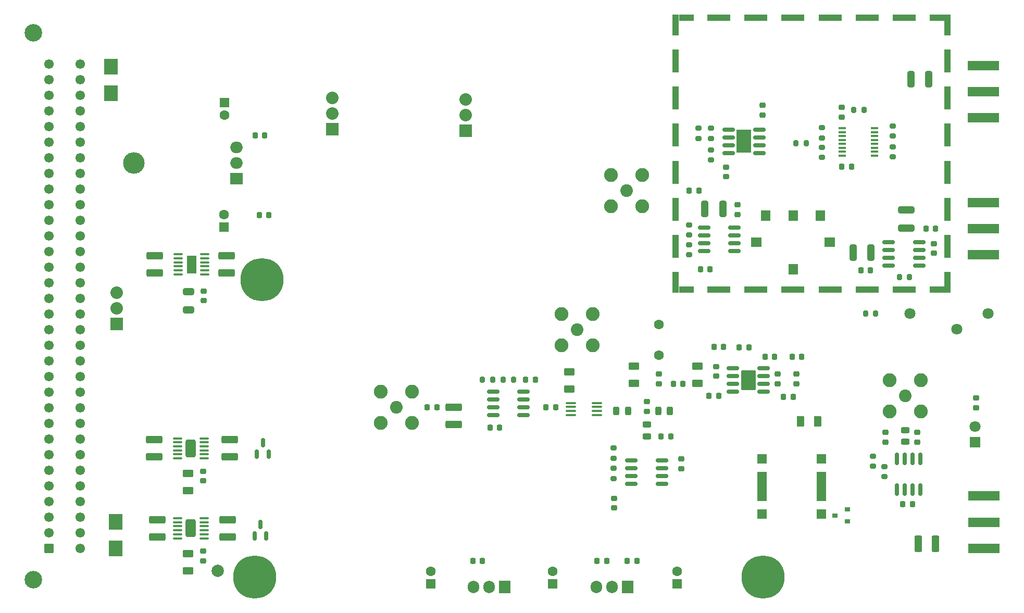
<source format=gbr>
G04 #@! TF.GenerationSoftware,KiCad,Pcbnew,(6.0.1)*
G04 #@! TF.CreationDate,2022-01-25T16:08:15+01:00*
G04 #@! TF.ProjectId,RF_frequency_modulator,52465f66-7265-4717-9565-6e63795f6d6f,1.3.1*
G04 #@! TF.SameCoordinates,Original*
G04 #@! TF.FileFunction,Soldermask,Top*
G04 #@! TF.FilePolarity,Negative*
%FSLAX46Y46*%
G04 Gerber Fmt 4.6, Leading zero omitted, Abs format (unit mm)*
G04 Created by KiCad (PCBNEW (6.0.1)) date 2022-01-25 16:08:15*
%MOMM*%
%LPD*%
G01*
G04 APERTURE LIST*
G04 Aperture macros list*
%AMRoundRect*
0 Rectangle with rounded corners*
0 $1 Rounding radius*
0 $2 $3 $4 $5 $6 $7 $8 $9 X,Y pos of 4 corners*
0 Add a 4 corners polygon primitive as box body*
4,1,4,$2,$3,$4,$5,$6,$7,$8,$9,$2,$3,0*
0 Add four circle primitives for the rounded corners*
1,1,$1+$1,$2,$3*
1,1,$1+$1,$4,$5*
1,1,$1+$1,$6,$7*
1,1,$1+$1,$8,$9*
0 Add four rect primitives between the rounded corners*
20,1,$1+$1,$2,$3,$4,$5,0*
20,1,$1+$1,$4,$5,$6,$7,0*
20,1,$1+$1,$6,$7,$8,$9,0*
20,1,$1+$1,$8,$9,$2,$3,0*%
G04 Aperture macros list end*
%ADD10C,7.000000*%
%ADD11C,2.850000*%
%ADD12RoundRect,0.249999X0.525001X-0.525001X0.525001X0.525001X-0.525001X0.525001X-0.525001X-0.525001X0*%
%ADD13C,1.550000*%
%ADD14RoundRect,0.250000X-1.075000X0.375000X-1.075000X-0.375000X1.075000X-0.375000X1.075000X0.375000X0*%
%ADD15RoundRect,0.250000X-0.625000X0.375000X-0.625000X-0.375000X0.625000X-0.375000X0.625000X0.375000X0*%
%ADD16RoundRect,0.218750X-0.218750X-0.256250X0.218750X-0.256250X0.218750X0.256250X-0.218750X0.256250X0*%
%ADD17RoundRect,0.218750X0.218750X0.256250X-0.218750X0.256250X-0.218750X-0.256250X0.218750X-0.256250X0*%
%ADD18RoundRect,0.243750X0.456250X-0.243750X0.456250X0.243750X-0.456250X0.243750X-0.456250X-0.243750X0*%
%ADD19RoundRect,0.250000X0.625000X-0.375000X0.625000X0.375000X-0.625000X0.375000X-0.625000X-0.375000X0*%
%ADD20C,1.600000*%
%ADD21RoundRect,0.243750X0.243750X0.456250X-0.243750X0.456250X-0.243750X-0.456250X0.243750X-0.456250X0*%
%ADD22RoundRect,0.218750X-0.256250X0.218750X-0.256250X-0.218750X0.256250X-0.218750X0.256250X0.218750X0*%
%ADD23R,1.600000X1.600000*%
%ADD24R,1.800000X1.800000*%
%ADD25C,1.800000*%
%ADD26R,0.900000X0.800000*%
%ADD27C,2.050000*%
%ADD28C,2.250000*%
%ADD29RoundRect,0.218750X0.256250X-0.218750X0.256250X0.218750X-0.256250X0.218750X-0.256250X-0.218750X0*%
%ADD30RoundRect,0.250000X0.375000X1.075000X-0.375000X1.075000X-0.375000X-1.075000X0.375000X-1.075000X0*%
%ADD31C,2.000000*%
%ADD32R,1.905000X2.000000*%
%ADD33O,1.905000X2.000000*%
%ADD34RoundRect,0.100000X-0.625000X-0.100000X0.625000X-0.100000X0.625000X0.100000X-0.625000X0.100000X0*%
%ADD35RoundRect,0.249999X-0.575001X-1.175001X0.575001X-1.175001X0.575001X1.175001X-0.575001X1.175001X0*%
%ADD36RoundRect,0.100000X-0.712500X-0.100000X0.712500X-0.100000X0.712500X0.100000X-0.712500X0.100000X0*%
%ADD37R,1.520000X1.520000*%
%ADD38R,1.520000X4.700000*%
%ADD39RoundRect,0.250000X-0.375000X-0.625000X0.375000X-0.625000X0.375000X0.625000X-0.375000X0.625000X0*%
%ADD40RoundRect,0.225000X-0.225000X-0.250000X0.225000X-0.250000X0.225000X0.250000X-0.225000X0.250000X0*%
%ADD41RoundRect,0.225000X-0.250000X0.225000X-0.250000X-0.225000X0.250000X-0.225000X0.250000X0.225000X0*%
%ADD42RoundRect,0.225000X0.225000X0.250000X-0.225000X0.250000X-0.225000X-0.250000X0.225000X-0.250000X0*%
%ADD43RoundRect,0.225000X0.250000X-0.225000X0.250000X0.225000X-0.250000X0.225000X-0.250000X-0.225000X0*%
%ADD44R,2.300000X2.500000*%
%ADD45R,5.080000X1.500000*%
%ADD46R,1.000000X3.800000*%
%ADD47R,3.800000X1.000000*%
%ADD48R,1.000000X1.000000*%
%ADD49R,2.440000X1.000000*%
%ADD50R,1.000000X2.440000*%
%ADD51RoundRect,0.200000X0.200000X0.275000X-0.200000X0.275000X-0.200000X-0.275000X0.200000X-0.275000X0*%
%ADD52RoundRect,0.200000X-0.275000X0.200000X-0.275000X-0.200000X0.275000X-0.200000X0.275000X0.200000X0*%
%ADD53RoundRect,0.250000X-1.075000X0.312500X-1.075000X-0.312500X1.075000X-0.312500X1.075000X0.312500X0*%
%ADD54RoundRect,0.200000X0.275000X-0.200000X0.275000X0.200000X-0.275000X0.200000X-0.275000X-0.200000X0*%
%ADD55RoundRect,0.200000X-0.200000X-0.275000X0.200000X-0.275000X0.200000X0.275000X-0.200000X0.275000X0*%
%ADD56RoundRect,0.250000X0.312500X1.075000X-0.312500X1.075000X-0.312500X-1.075000X0.312500X-1.075000X0*%
%ADD57RoundRect,0.150000X-0.825000X-0.150000X0.825000X-0.150000X0.825000X0.150000X-0.825000X0.150000X0*%
%ADD58R,2.410000X3.810000*%
%ADD59RoundRect,0.150000X0.825000X0.150000X-0.825000X0.150000X-0.825000X-0.150000X0.825000X-0.150000X0*%
%ADD60R,1.200000X0.400000*%
%ADD61R,2.032000X2.032000*%
%ADD62C,2.032000*%
%ADD63RoundRect,0.250000X-0.650000X0.325000X-0.650000X-0.325000X0.650000X-0.325000X0.650000X0.325000X0*%
%ADD64R,1.650000X2.850000*%
%ADD65RoundRect,0.150000X-0.150000X0.825000X-0.150000X-0.825000X0.150000X-0.825000X0.150000X0.825000X0*%
%ADD66R,1.778000X1.524000*%
%ADD67R,1.524000X1.778000*%
%ADD68O,3.500000X3.500000*%
%ADD69R,2.000000X1.905000*%
%ADD70O,2.000000X1.905000*%
%ADD71RoundRect,0.249997X-0.955003X-1.400003X0.955003X-1.400003X0.955003X1.400003X-0.955003X1.400003X0*%
%ADD72RoundRect,0.150000X0.150000X-0.587500X0.150000X0.587500X-0.150000X0.587500X-0.150000X-0.587500X0*%
G04 APERTURE END LIST*
D10*
X118900000Y-138900000D03*
X201500000Y-138900000D03*
X120100000Y-90600000D03*
D11*
X82860000Y-139380000D03*
X82860000Y-50480000D03*
D12*
X85400000Y-134300000D03*
D13*
X85400000Y-131760000D03*
X85400000Y-129220000D03*
X85400000Y-126680000D03*
X85400000Y-124140000D03*
X85400000Y-121600000D03*
X85400000Y-119060000D03*
X85400000Y-116520000D03*
X85400000Y-113980000D03*
X85400000Y-111440000D03*
X85400000Y-108900000D03*
X85400000Y-106360000D03*
X85400000Y-103820000D03*
X85400000Y-101280000D03*
X85400000Y-98740000D03*
X85400000Y-96200000D03*
X85400000Y-93660000D03*
X85400000Y-91120000D03*
X85400000Y-88580000D03*
X85400000Y-86040000D03*
X85400000Y-83500000D03*
X85400000Y-80960000D03*
X85400000Y-78420000D03*
X85400000Y-75880000D03*
X85400000Y-73340000D03*
X85400000Y-70800000D03*
X85400000Y-68260000D03*
X85400000Y-65720000D03*
X85400000Y-63180000D03*
X85400000Y-60640000D03*
X85400000Y-58100000D03*
X85400000Y-55560000D03*
X90480000Y-134300000D03*
X90480000Y-131760000D03*
X90480000Y-129220000D03*
X90480000Y-126680000D03*
X90480000Y-124140000D03*
X90480000Y-121600000D03*
X90480000Y-119060000D03*
X90480000Y-116520000D03*
X90480000Y-113980000D03*
X90480000Y-111440000D03*
X90480000Y-108900000D03*
X90480000Y-106360000D03*
X90480000Y-103820000D03*
X90480000Y-101280000D03*
X90480000Y-98740000D03*
X90480000Y-96200000D03*
X90480000Y-93660000D03*
X90480000Y-91120000D03*
X90480000Y-88580000D03*
X90480000Y-86040000D03*
X90480000Y-83500000D03*
X90480000Y-80960000D03*
X90480000Y-78420000D03*
X90480000Y-75880000D03*
X90480000Y-73340000D03*
X90480000Y-70800000D03*
X90480000Y-68260000D03*
X90480000Y-65720000D03*
X90480000Y-63180000D03*
X90480000Y-60640000D03*
X90480000Y-58100000D03*
X90480000Y-55560000D03*
D14*
X102500000Y-116600000D03*
X102500000Y-119400000D03*
X103000000Y-129600000D03*
X103000000Y-132400000D03*
D15*
X108000000Y-122100000D03*
X108000000Y-124900000D03*
X108000000Y-135100000D03*
X108000000Y-137900000D03*
D16*
X162912500Y-106800000D03*
X164487500Y-106800000D03*
D14*
X114300000Y-86700000D03*
X114300000Y-89500000D03*
X114800000Y-116600000D03*
X114800000Y-119400000D03*
X114500000Y-129600000D03*
X114500000Y-132400000D03*
D17*
X148487500Y-111300000D03*
X146912500Y-111300000D03*
X167787500Y-111300000D03*
X166212500Y-111300000D03*
D15*
X170000000Y-105600000D03*
X170000000Y-108400000D03*
D18*
X224600000Y-116937500D03*
X224600000Y-115062500D03*
D19*
X180500000Y-107400000D03*
X180500000Y-104600000D03*
D20*
X184600000Y-102900000D03*
X184600000Y-97900000D03*
D21*
X179537500Y-111900000D03*
X177662500Y-111900000D03*
D19*
X190800000Y-107400000D03*
X190800000Y-104600000D03*
D21*
X186337500Y-111900000D03*
X184462500Y-111900000D03*
D16*
X192712500Y-109500000D03*
X194287500Y-109500000D03*
D17*
X203387500Y-103100000D03*
X201812500Y-103100000D03*
D18*
X182600000Y-116037500D03*
X182600000Y-114162500D03*
D22*
X221400000Y-115412500D03*
X221400000Y-116987500D03*
D16*
X224212500Y-127100000D03*
X225787500Y-127100000D03*
D22*
X188200000Y-119712500D03*
X188200000Y-121287500D03*
D23*
X187500000Y-140000000D03*
D20*
X187500000Y-138000000D03*
D16*
X179412500Y-136300000D03*
X180987500Y-136300000D03*
D23*
X167300000Y-140000000D03*
D20*
X167300000Y-138000000D03*
D16*
X174512500Y-136300000D03*
X176087500Y-136300000D03*
D23*
X147500000Y-140000000D03*
D20*
X147500000Y-138000000D03*
D16*
X154312500Y-136300000D03*
X155887500Y-136300000D03*
X118925000Y-67100000D03*
X120500000Y-67100000D03*
D23*
X113900000Y-82000000D03*
D20*
X113900000Y-80000000D03*
D16*
X119612500Y-80100000D03*
X121187500Y-80100000D03*
D24*
X236000000Y-117000000D03*
D25*
X236000000Y-114460000D03*
D26*
X215200000Y-129850000D03*
X215200000Y-127950000D03*
X213200000Y-128900000D03*
D27*
X141900000Y-111300000D03*
D28*
X139360000Y-108760000D03*
X139360000Y-113840000D03*
X144440000Y-113840000D03*
X144440000Y-108760000D03*
D22*
X110500000Y-121712500D03*
X110500000Y-123287500D03*
X110500000Y-134712500D03*
X110500000Y-136287500D03*
D14*
X151200000Y-111300000D03*
X151200000Y-114100000D03*
D22*
X236100000Y-109812500D03*
X236100000Y-111387500D03*
D29*
X226600000Y-116987500D03*
X226600000Y-115412500D03*
X184600000Y-107487500D03*
X184600000Y-105912500D03*
D17*
X188487500Y-107500000D03*
X186912500Y-107500000D03*
X206387500Y-109600000D03*
X204812500Y-109600000D03*
D29*
X182600000Y-111987500D03*
X182600000Y-110412500D03*
D16*
X197612500Y-101600000D03*
X199187500Y-101600000D03*
D22*
X206900000Y-105912500D03*
X206900000Y-107487500D03*
X203900000Y-105912500D03*
X203900000Y-107487500D03*
D16*
X184912500Y-116100000D03*
X186487500Y-116100000D03*
D30*
X229550000Y-133500000D03*
X226750000Y-133500000D03*
D16*
X193512500Y-101500000D03*
X195087500Y-101500000D03*
D29*
X193900000Y-106287500D03*
X193900000Y-104712500D03*
D17*
X207787500Y-103100000D03*
X206212500Y-103100000D03*
D31*
X112900000Y-137900000D03*
D32*
X179500000Y-140500000D03*
D33*
X176960000Y-140500000D03*
X174420000Y-140500000D03*
D32*
X159500000Y-140500000D03*
D33*
X156960000Y-140500000D03*
X154420000Y-140500000D03*
D34*
X106350000Y-116375000D03*
X106350000Y-117025000D03*
X106350000Y-117675000D03*
X106350000Y-118325000D03*
X106350000Y-118975000D03*
X106350000Y-119625000D03*
X110650000Y-119625000D03*
X110650000Y-118975000D03*
X110650000Y-118325000D03*
X110650000Y-117675000D03*
X110650000Y-117025000D03*
X110650000Y-116375000D03*
D35*
X108500000Y-118000000D03*
D34*
X106350000Y-129375000D03*
X106350000Y-130025000D03*
X106350000Y-130675000D03*
X106350000Y-131325000D03*
X106350000Y-131975000D03*
X106350000Y-132625000D03*
X110650000Y-132625000D03*
X110650000Y-131975000D03*
X110650000Y-131325000D03*
X110650000Y-130675000D03*
X110650000Y-130025000D03*
X110650000Y-129375000D03*
D35*
X108500000Y-131000000D03*
D36*
X170287500Y-110625000D03*
X170287500Y-111275000D03*
X170287500Y-111925000D03*
X170287500Y-112575000D03*
X174512500Y-112575000D03*
X174512500Y-111925000D03*
X174512500Y-111275000D03*
X174512500Y-110625000D03*
D29*
X177300000Y-127687500D03*
X177300000Y-126112500D03*
D37*
X211000000Y-128700000D03*
D38*
X211000000Y-124200000D03*
D37*
X211000000Y-119700000D03*
X201350000Y-119700000D03*
D38*
X201350000Y-124200000D03*
D37*
X201350000Y-128700000D03*
D39*
X207600000Y-113600000D03*
X210400000Y-113600000D03*
D14*
X102600000Y-86700000D03*
X102600000Y-89500000D03*
D40*
X228025000Y-82300000D03*
X229575000Y-82300000D03*
D41*
X229300000Y-84725000D03*
X229300000Y-86275000D03*
D42*
X218975000Y-89100000D03*
X217425000Y-89100000D03*
D41*
X214300000Y-62600000D03*
X214300000Y-64150000D03*
D40*
X189525000Y-76100000D03*
X191075000Y-76100000D03*
X214325000Y-72200000D03*
X215875000Y-72200000D03*
D41*
X195500000Y-72300000D03*
X195500000Y-73850000D03*
D43*
X201400000Y-63800000D03*
X201400000Y-62250000D03*
D44*
X95500000Y-55950000D03*
X95500000Y-60250000D03*
X96300000Y-134250000D03*
X96300000Y-129950000D03*
D45*
X237300000Y-82300000D03*
X237300000Y-78050000D03*
X237300000Y-86550000D03*
D27*
X179300000Y-76100000D03*
D28*
X176760000Y-73560000D03*
X181840000Y-73560000D03*
X181840000Y-78640000D03*
X176760000Y-78640000D03*
D46*
X231490000Y-55050000D03*
D47*
X218450000Y-48010000D03*
D46*
X231490000Y-73150000D03*
X187310000Y-67050000D03*
D47*
X212450000Y-92190000D03*
X224450000Y-48010000D03*
X212450000Y-48010000D03*
D48*
X187310000Y-48010000D03*
D47*
X224450000Y-92190000D03*
D48*
X187310000Y-92190000D03*
D46*
X187310000Y-73150000D03*
D49*
X229770000Y-48010000D03*
D47*
X206350000Y-48010000D03*
D50*
X231490000Y-49730000D03*
D46*
X187310000Y-79150000D03*
X231490000Y-85150000D03*
D48*
X231490000Y-92190000D03*
D50*
X231490000Y-90470000D03*
D46*
X187310000Y-55050000D03*
D48*
X231490000Y-48010000D03*
D47*
X194350000Y-92190000D03*
D46*
X187310000Y-61050000D03*
D50*
X187310000Y-49730000D03*
D47*
X218450000Y-92190000D03*
D46*
X231490000Y-79150000D03*
D47*
X200350000Y-92190000D03*
D49*
X189030000Y-92190000D03*
D46*
X231490000Y-61050000D03*
X231490000Y-67050000D03*
D47*
X194350000Y-48010000D03*
X200350000Y-48010000D03*
D49*
X229770000Y-92190000D03*
X189030000Y-48010000D03*
D46*
X187310000Y-85150000D03*
D47*
X206350000Y-92190000D03*
D50*
X187310000Y-90470000D03*
D51*
X160925000Y-106800000D03*
X159275000Y-106800000D03*
D52*
X191000000Y-65975000D03*
X191000000Y-67625000D03*
D53*
X224800000Y-79275000D03*
X224800000Y-82200000D03*
D54*
X193000000Y-67625000D03*
X193000000Y-65975000D03*
D55*
X218175000Y-96100000D03*
X219825000Y-96100000D03*
X223675000Y-90200000D03*
X225325000Y-90200000D03*
D56*
X219062500Y-86200000D03*
X216137500Y-86200000D03*
D54*
X193000000Y-71125000D03*
X193000000Y-69475000D03*
D56*
X228462500Y-58000000D03*
X225537500Y-58000000D03*
D51*
X208525000Y-68400000D03*
X206875000Y-68400000D03*
D55*
X216275000Y-63000000D03*
X217925000Y-63000000D03*
D52*
X211100000Y-69075000D03*
X211100000Y-70725000D03*
X222600000Y-68975000D03*
X222600000Y-70625000D03*
X211100000Y-65900000D03*
X211100000Y-67550000D03*
D54*
X222600000Y-67250000D03*
X222600000Y-65600000D03*
D25*
X225400000Y-96100000D03*
X233020000Y-98640000D03*
X238100000Y-96100000D03*
D57*
X195925000Y-66195000D03*
X195925000Y-67465000D03*
X195925000Y-68735000D03*
X195925000Y-70005000D03*
X200875000Y-70005000D03*
X200875000Y-68735000D03*
X200875000Y-67465000D03*
X200875000Y-66195000D03*
D58*
X198400000Y-68100000D03*
D59*
X226875000Y-88305000D03*
X226875000Y-87035000D03*
X226875000Y-85765000D03*
X226875000Y-84495000D03*
X221925000Y-84495000D03*
X221925000Y-85765000D03*
X221925000Y-87035000D03*
X221925000Y-88305000D03*
D60*
X214400000Y-65977500D03*
X214400000Y-66612500D03*
X214400000Y-67247500D03*
X214400000Y-67882500D03*
X214400000Y-68517500D03*
X214400000Y-69152500D03*
X214400000Y-69787500D03*
X214400000Y-70422500D03*
X219600000Y-70422500D03*
X219600000Y-69787500D03*
X219600000Y-69152500D03*
X219600000Y-68517500D03*
X219600000Y-67882500D03*
X219600000Y-67247500D03*
X219600000Y-66612500D03*
X219600000Y-65977500D03*
D45*
X237300000Y-60000000D03*
X237300000Y-55750000D03*
X237300000Y-64250000D03*
X237400000Y-130000000D03*
X237400000Y-125750000D03*
X237400000Y-134250000D03*
D61*
X131500000Y-66140000D03*
D62*
X131500000Y-63600000D03*
X131500000Y-61060000D03*
D61*
X96400000Y-97800000D03*
D62*
X96400000Y-95260000D03*
X96400000Y-92720000D03*
D42*
X158675000Y-114600000D03*
X157125000Y-114600000D03*
D63*
X108100000Y-92525000D03*
X108100000Y-95475000D03*
D43*
X197400000Y-79975000D03*
X197400000Y-78425000D03*
D40*
X191325000Y-88900000D03*
X192875000Y-88900000D03*
D41*
X110600000Y-92425000D03*
X110600000Y-93975000D03*
D51*
X157525000Y-106800000D03*
X155875000Y-106800000D03*
D54*
X219400000Y-120925000D03*
X219400000Y-119275000D03*
X221200000Y-122625000D03*
X221200000Y-120975000D03*
X189500000Y-86525000D03*
X189500000Y-84875000D03*
D52*
X189500000Y-81675000D03*
X189500000Y-83325000D03*
D34*
X106450000Y-86475000D03*
X106450000Y-87125000D03*
X106450000Y-87775000D03*
X106450000Y-88425000D03*
X106450000Y-89075000D03*
X106450000Y-89725000D03*
X110750000Y-89725000D03*
X110750000Y-89075000D03*
X110750000Y-88425000D03*
X110750000Y-87775000D03*
X110750000Y-87125000D03*
X110750000Y-86475000D03*
D64*
X108600000Y-88100000D03*
D57*
X157625000Y-108795000D03*
X157625000Y-110065000D03*
X157625000Y-111335000D03*
X157625000Y-112605000D03*
X162575000Y-112605000D03*
X162575000Y-111335000D03*
X162575000Y-110065000D03*
X162575000Y-108795000D03*
D65*
X227105000Y-119725000D03*
X225835000Y-119725000D03*
X224565000Y-119725000D03*
X223295000Y-119725000D03*
X223295000Y-124675000D03*
X224565000Y-124675000D03*
X225835000Y-124675000D03*
X227105000Y-124675000D03*
D57*
X191925000Y-82095000D03*
X191925000Y-83365000D03*
X191925000Y-84635000D03*
X191925000Y-85905000D03*
X196875000Y-85905000D03*
X196875000Y-84635000D03*
X196875000Y-83365000D03*
X196875000Y-82095000D03*
D66*
X200431000Y-84512000D03*
X212369000Y-84512000D03*
D67*
X206400000Y-80130500D03*
X206400000Y-88893500D03*
X210845000Y-80130500D03*
X201955000Y-80130500D03*
D68*
X99240000Y-71660000D03*
D69*
X115900000Y-74200000D03*
D70*
X115900000Y-71660000D03*
X115900000Y-69120000D03*
D27*
X171300000Y-98700000D03*
D28*
X173840000Y-101240000D03*
X168760000Y-101240000D03*
X168760000Y-96160000D03*
X173840000Y-96160000D03*
D56*
X194962500Y-79100000D03*
X192037500Y-79100000D03*
D57*
X196625000Y-104995000D03*
X196625000Y-106265000D03*
X196625000Y-107535000D03*
X196625000Y-108805000D03*
X201575000Y-108805000D03*
X201575000Y-107535000D03*
X201575000Y-106265000D03*
X201575000Y-104995000D03*
D71*
X199100000Y-106900000D03*
D61*
X153200000Y-66340000D03*
D62*
X153200000Y-63800000D03*
X153200000Y-61260000D03*
D27*
X224600000Y-109500000D03*
D28*
X227140000Y-112040000D03*
X222060000Y-112040000D03*
X222060000Y-106960000D03*
X227140000Y-106960000D03*
D23*
X114000000Y-61800000D03*
D20*
X114000000Y-63800000D03*
D72*
X118850000Y-132237500D03*
X120750000Y-132237500D03*
X119800000Y-130362500D03*
D57*
X180125000Y-119990000D03*
X180125000Y-121260000D03*
X180125000Y-122530000D03*
X180125000Y-123800000D03*
X185075000Y-123800000D03*
X185075000Y-122530000D03*
X185075000Y-121260000D03*
X185075000Y-119990000D03*
D54*
X177200000Y-122925000D03*
X177200000Y-121275000D03*
D72*
X119250000Y-118937500D03*
X121150000Y-118937500D03*
X120200000Y-117062500D03*
D54*
X177200000Y-119625000D03*
X177200000Y-117975000D03*
M02*

</source>
